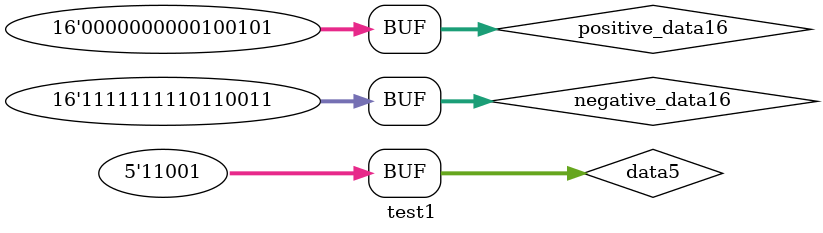
<source format=v>
`timescale 1ns/1ps
module test1();
//inputs
reg [4:0] data5;
reg [15:0] positive_data16;
reg [15:0] negative_data16;
//outputs
wire [31:0] data_5to32;
wire [31:0] data_16to32_ps;
wire [31:0] data_16to32_ng;


initial
begin
data5=10;
positive_data16=37;
negative_data16=-37;
#10 data5=5;
#10 data5= -7;
#10 negative_data16=-77;
end

Zero_Ext_5to32 ext5to32(
    .data_5bit(data5),
    .data_32bit(data_5to32)
);

Sign_Ext_16to32 ext16to32p(
    .data_16bit(positive_data16),
    .data_32bit(data_16to32_ps)
);

Sign_Ext_16to32 ext16to32n(
    .data_16bit(negative_data16),
    .data_32bit(data_16to32_ng)
);
endmodule
</source>
